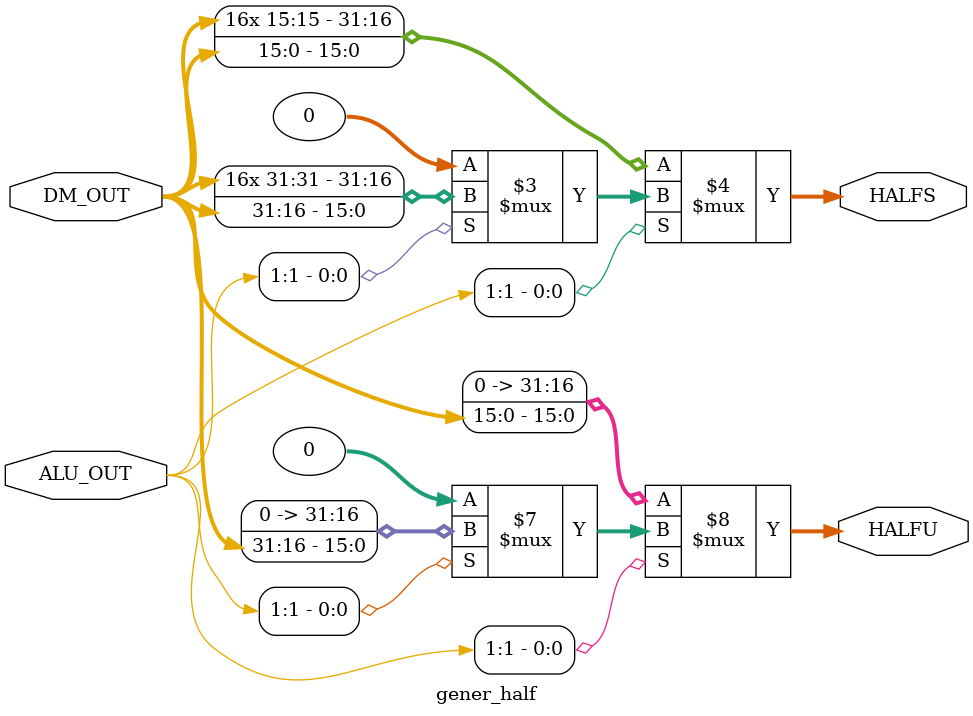
<source format=v>
`timescale 1ns / 1ps
module gener_half(
    input wire [31:0] DM_OUT,
    input wire [31:0] ALU_OUT,
    output wire [31:0] HALFS,
    output wire [31:0] HALFU
    );
	assign HALFS = (ALU_OUT[1] == 1'b0) ? {{16{DM_OUT[15]}}, DM_OUT[15:0]} :
	               (ALU_OUT[1] == 1'b1) ? {{16{DM_OUT[31]}}, DM_OUT[31:16]} :
				   0;
	assign HALFU = (ALU_OUT[1] == 1'b0) ? {{16{1'b0}}, DM_OUT[15:0]} :
	               (ALU_OUT[1] == 1'b1) ? {{16{1'b0}}, DM_OUT[31:16]} : 
				   0;


endmodule
`default_nettype none
</source>
